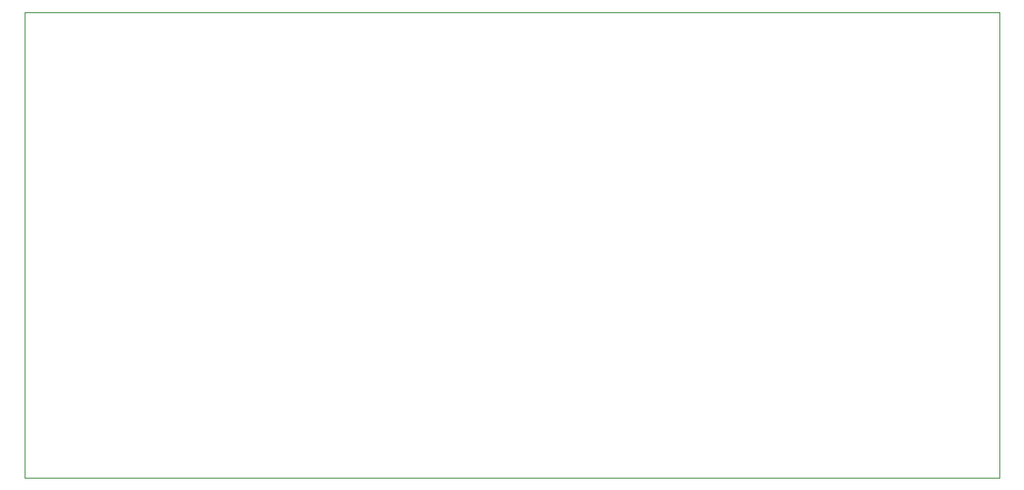
<source format=gbr>
%TF.GenerationSoftware,KiCad,Pcbnew,(5.1.9)-1*%
%TF.CreationDate,2021-07-13T09:21:38-05:00*%
%TF.ProjectId,prueba,70727565-6261-42e6-9b69-6361645f7063,rev?*%
%TF.SameCoordinates,Original*%
%TF.FileFunction,Profile,NP*%
%FSLAX46Y46*%
G04 Gerber Fmt 4.6, Leading zero omitted, Abs format (unit mm)*
G04 Created by KiCad (PCBNEW (5.1.9)-1) date 2021-07-13 09:21:38*
%MOMM*%
%LPD*%
G01*
G04 APERTURE LIST*
%TA.AperFunction,Profile*%
%ADD10C,0.050000*%
%TD*%
G04 APERTURE END LIST*
D10*
X123000000Y-79000000D02*
X29000000Y-79000000D01*
X123000000Y-79000000D02*
X123000000Y-81000000D01*
X123000000Y-124000000D02*
X123000000Y-81000000D01*
X29000000Y-124000000D02*
X123000000Y-124000000D01*
X29000000Y-81000000D02*
X29000000Y-124000000D01*
X29000000Y-79000000D02*
X29000000Y-81000000D01*
M02*

</source>
